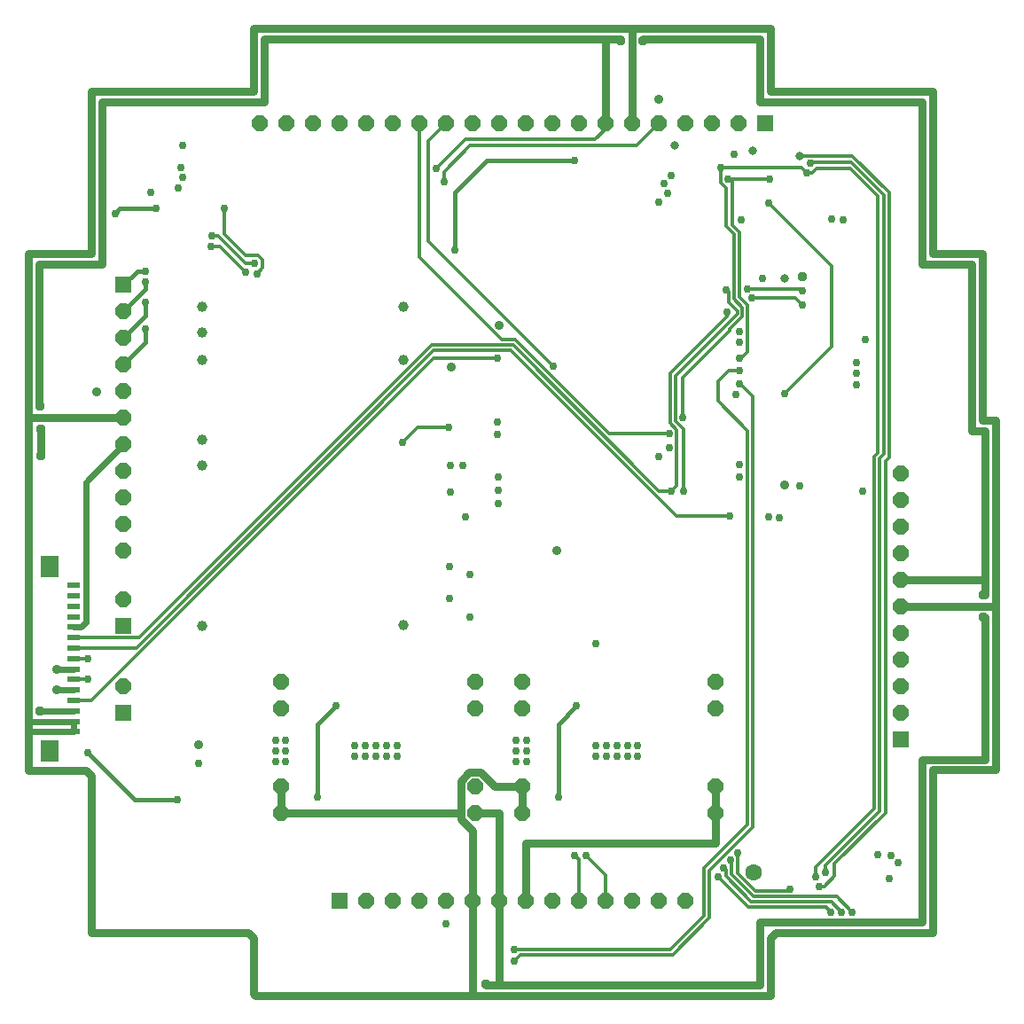
<source format=gbr>
G04 EAGLE Gerber RS-274X export*
G75*
%MOMM*%
%FSLAX34Y34*%
%LPD*%
%INBottom Copper*%
%IPPOS*%
%AMOC8*
5,1,8,0,0,1.08239X$1,22.5*%
G01*
%ADD10R,1.524000X1.524000*%
%ADD11P,1.649562X8X22.500000*%
%ADD12P,1.649562X8X112.500000*%
%ADD13P,1.649562X8X202.500000*%
%ADD14P,1.649562X8X292.500000*%
%ADD15R,1.300000X0.600000*%
%ADD16R,1.800000X2.000000*%
%ADD17C,0.956400*%
%ADD18C,1.600000*%
%ADD19C,0.756400*%
%ADD20C,0.906400*%
%ADD21C,0.800000*%
%ADD22C,0.600000*%
%ADD23C,0.300000*%
%ADD24C,0.806400*%
%ADD25C,0.400000*%
%ADD26C,1.006400*%


D10*
X99000Y687000D03*
D11*
X99000Y661600D03*
X99000Y636200D03*
X99000Y610800D03*
X99000Y585400D03*
X99000Y560000D03*
X99000Y534600D03*
X99000Y509200D03*
X99000Y483800D03*
X99000Y458400D03*
X99000Y433000D03*
D10*
X305000Y99000D03*
D12*
X330400Y99000D03*
X355800Y99000D03*
X381200Y99000D03*
X406600Y99000D03*
X432000Y99000D03*
X457400Y99000D03*
X482800Y99000D03*
X508200Y99000D03*
X533600Y99000D03*
X559000Y99000D03*
X584400Y99000D03*
X609800Y99000D03*
X635200Y99000D03*
D10*
X841000Y253000D03*
D13*
X841000Y278400D03*
X841000Y303800D03*
X841000Y329200D03*
X841000Y354600D03*
X841000Y380000D03*
X841000Y405400D03*
X841000Y430800D03*
X841000Y456200D03*
X841000Y481600D03*
X841000Y507000D03*
D10*
X711300Y841000D03*
D14*
X685900Y841000D03*
X660500Y841000D03*
X635100Y841000D03*
X609700Y841000D03*
X584300Y841000D03*
X558900Y841000D03*
X533500Y841000D03*
X508100Y841000D03*
X482700Y841000D03*
X457300Y841000D03*
X431900Y841000D03*
X406500Y841000D03*
X381100Y841000D03*
X355700Y841000D03*
X330300Y841000D03*
X304900Y841000D03*
X279500Y841000D03*
X254100Y841000D03*
X228700Y841000D03*
D15*
X51500Y260000D03*
X51500Y270000D03*
X51500Y280000D03*
X51500Y290000D03*
X51500Y300000D03*
X51500Y310000D03*
X51500Y320000D03*
X51500Y330000D03*
X51500Y340000D03*
X51500Y350000D03*
X51500Y360000D03*
X51500Y370000D03*
X51500Y380000D03*
X51500Y390000D03*
X51500Y400000D03*
D16*
X28000Y418000D03*
X28000Y242000D03*
D11*
X479500Y182300D03*
X479500Y207700D03*
X479500Y282300D03*
X479500Y307700D03*
X664500Y307700D03*
X664500Y282300D03*
X664500Y207700D03*
X664500Y182300D03*
X249500Y182300D03*
X249500Y207700D03*
X249500Y282300D03*
X249500Y307700D03*
X434500Y307700D03*
X434500Y282300D03*
X434500Y207700D03*
X434500Y182300D03*
D10*
X99000Y361300D03*
D13*
X99000Y386700D03*
D10*
X99000Y278300D03*
D13*
X99000Y303700D03*
D17*
X747000Y695000D03*
D18*
X701000Y126000D03*
D19*
X687000Y642000D03*
D20*
X730000Y496000D03*
X171000Y248000D03*
X513000Y433000D03*
X458000Y648000D03*
X412000Y608000D03*
D21*
X434500Y182300D02*
X457400Y182300D01*
X457400Y99000D01*
X457400Y18262D01*
X706738Y18262D01*
X706738Y78262D01*
X861738Y78262D01*
X861738Y233662D02*
X921750Y233662D01*
X861738Y233662D02*
X861738Y78262D01*
X921750Y233662D02*
X921750Y369218D01*
X920000Y369218D01*
D17*
X920000Y369218D03*
X919968Y390782D03*
D21*
X921750Y390782D01*
X921750Y405400D01*
X921750Y547265D01*
X908965Y547265D01*
X908965Y706738D01*
X861738Y706738D01*
X861738Y861738D01*
X706738Y861738D02*
X706738Y921738D01*
X706738Y861738D02*
X861738Y861738D01*
X706738Y921738D02*
X595082Y921738D01*
X595082Y919956D01*
D17*
X595082Y919956D03*
X573518Y919956D03*
D21*
X573518Y921738D01*
X558900Y921738D01*
X233262Y921738D01*
X233262Y861738D01*
X78262Y861738D01*
X78262Y706738D02*
X18262Y706738D01*
X78262Y706738D02*
X78262Y861738D01*
X18262Y706738D02*
X18262Y570782D01*
X19044Y570782D01*
D17*
X19044Y570782D03*
X445000Y19044D03*
D21*
X841000Y405400D02*
X921750Y405400D01*
X558900Y841000D02*
X558900Y921738D01*
X445000Y19044D02*
X445000Y18262D01*
X457400Y18262D01*
D22*
X63000Y498600D02*
X99000Y534600D01*
X63000Y364929D02*
X58071Y360000D01*
X51500Y360000D01*
X63000Y364929D02*
X63000Y498600D01*
D19*
X397351Y797649D03*
D23*
X425582Y825880D01*
X558900Y835674D02*
X558900Y841000D01*
X558900Y835674D02*
X549106Y825880D01*
X425582Y825880D01*
D19*
X725503Y464497D03*
X805000Y490000D03*
D20*
X610000Y863660D03*
X73000Y585000D03*
D19*
X407000Y77000D03*
X457000Y503000D03*
D23*
X588700Y820000D02*
X609700Y841000D01*
X588700Y820000D02*
X430000Y820000D01*
X405000Y795000D02*
X405000Y785000D01*
X405000Y795000D02*
X430000Y820000D01*
D19*
X405000Y785000D03*
D21*
X428858Y221320D02*
X420880Y213342D01*
X428858Y221320D02*
X440142Y221320D01*
X420880Y185000D02*
X420880Y176658D01*
X420880Y185000D02*
X420880Y213342D01*
X440142Y221320D02*
X453762Y207700D01*
X479500Y207700D01*
X432000Y165538D02*
X432000Y99000D01*
X432000Y165538D02*
X420880Y176658D01*
X479500Y182300D02*
X479500Y207700D01*
X249500Y207700D02*
X249500Y182300D01*
X418180Y182300D01*
X420880Y185000D01*
X99000Y560000D02*
X8262Y560000D01*
X8262Y223262D02*
X63422Y223262D01*
X68262Y218422D01*
X218422Y68262D02*
X223262Y63422D01*
X223262Y10000D02*
X225000Y8262D01*
X716738Y63422D02*
X721578Y68262D01*
X8262Y275000D02*
X8262Y560000D01*
X8262Y275000D02*
X8262Y260000D01*
X8262Y223262D01*
X68262Y218422D02*
X68262Y68262D01*
X218422Y68262D01*
X223262Y63422D02*
X223262Y10000D01*
X225000Y8262D02*
X432000Y8262D01*
X716738Y8262D01*
X716738Y63422D01*
X871738Y223662D02*
X931750Y223662D01*
X931750Y557265D02*
X918965Y557265D01*
X223262Y871738D02*
X223262Y931738D01*
X8250Y716738D02*
X8250Y673262D01*
X8262Y673262D01*
X8262Y560000D01*
X721578Y68262D02*
X871738Y68262D01*
X871738Y223662D01*
X931750Y223662D02*
X931750Y380000D01*
X931750Y557265D01*
X918965Y557265D02*
X918965Y716738D01*
X871738Y716738D01*
X871738Y871738D01*
X716738Y871738D01*
X716738Y931738D01*
X584300Y931738D01*
X223262Y931738D01*
X223262Y871738D02*
X68262Y871738D01*
X68262Y716738D01*
X8250Y716738D01*
X584300Y841000D02*
X584300Y931738D01*
X841000Y380000D02*
X931750Y380000D01*
X432000Y99000D02*
X432000Y8262D01*
D22*
X51500Y270000D02*
X8262Y270000D01*
X8262Y275000D01*
X8262Y260000D02*
X51500Y260000D01*
X51500Y270000D01*
D19*
X411000Y514000D03*
X687000Y617000D03*
X716082Y788000D03*
X769360Y125730D03*
D23*
X769360Y132502D01*
X821000Y184142D01*
X821000Y521000D02*
X825000Y525000D01*
X825000Y772929D01*
X821000Y521000D02*
X821000Y184142D01*
X825000Y772929D02*
X793964Y803964D01*
X756246Y803964D01*
X755000Y802718D01*
D19*
X755000Y802718D03*
X676292Y787718D03*
X154000Y799000D03*
D23*
X680000Y788000D02*
X716082Y788000D01*
X680000Y788000D02*
X676574Y788000D01*
X676292Y787718D01*
X687282Y736799D02*
X687282Y675000D01*
X680000Y744081D02*
X680000Y788000D01*
X680000Y744081D02*
X687282Y736799D01*
X687282Y675000D02*
X695000Y667282D01*
X695000Y623000D02*
X689000Y617000D01*
X687000Y617000D01*
X695000Y623000D02*
X695000Y667282D01*
D19*
X411000Y489000D03*
X687000Y632000D03*
X151000Y779000D03*
X183497Y733503D03*
D23*
X215231Y707769D02*
X224231Y707769D01*
X215231Y707769D02*
X189497Y733503D01*
X183497Y733503D01*
D19*
X224231Y707769D03*
X622000Y490000D03*
D23*
X113858Y350000D02*
X51500Y350000D01*
X113858Y350000D02*
X393140Y629282D01*
X471087Y629282D01*
X610369Y490000D01*
X622000Y490000D01*
X627282Y495282D02*
X627282Y548349D01*
X620718Y554913D01*
X627282Y495282D02*
X622000Y490000D01*
D19*
X675000Y661000D03*
D23*
X620718Y602718D02*
X620718Y554913D01*
X675000Y657000D02*
X675000Y661000D01*
X675000Y657000D02*
X620718Y602718D01*
D19*
X747000Y667718D03*
D23*
X740500Y674218D01*
X698516Y674218D01*
D19*
X698516Y674218D03*
X634000Y490000D03*
X674728Y682000D03*
D23*
X634000Y548702D02*
X634000Y490000D01*
X634000Y548702D02*
X625718Y556984D01*
X676728Y680000D02*
X674728Y682000D01*
X676728Y680000D02*
X676728Y670000D01*
D19*
X694864Y683136D03*
D23*
X744864Y683136D01*
X747000Y681000D01*
D19*
X747000Y681000D03*
D23*
X625718Y599789D02*
X625718Y556984D01*
X685000Y661728D02*
X676728Y670000D01*
X685000Y661728D02*
X685000Y659071D01*
X625718Y599789D01*
D19*
X456000Y617000D03*
D23*
X395000Y617000D01*
X68000Y290000D02*
X51500Y290000D01*
X68000Y290000D02*
X395000Y617000D01*
X65000Y330000D02*
X51500Y330000D01*
D19*
X65000Y330000D03*
X472000Y52000D03*
D23*
X621192Y52000D01*
D19*
X687000Y605000D03*
D23*
X666718Y595016D02*
X666718Y575984D01*
X695000Y547702D01*
X687000Y605000D02*
X676702Y605000D01*
X666718Y595016D01*
X653500Y84308D02*
X621192Y52000D01*
X653500Y129764D02*
X695000Y171264D01*
X653500Y129764D02*
X653500Y84308D01*
X695000Y171264D02*
X695000Y547702D01*
X65000Y310000D02*
X51500Y310000D01*
D19*
X65000Y310000D03*
X472000Y41000D03*
D23*
X700000Y580000D02*
X688000Y592000D01*
X687000Y592000D01*
D19*
X687000Y592000D03*
D23*
X478000Y47000D02*
X472000Y41000D01*
X478000Y47000D02*
X623264Y47000D01*
X658500Y82237D02*
X658500Y127692D01*
X700000Y169192D01*
X658500Y82237D02*
X623264Y47000D01*
X700000Y169192D02*
X700000Y580000D01*
D19*
X678000Y466000D03*
D23*
X469016Y624282D02*
X395211Y624282D01*
X627298Y466000D02*
X678000Y466000D01*
X627298Y466000D02*
X469016Y624282D01*
X110929Y340000D02*
X51500Y340000D01*
X110929Y340000D02*
X395211Y624282D01*
D19*
X715000Y765000D03*
D23*
X775000Y705000D01*
X775000Y628218D02*
X730000Y583218D01*
D19*
X730000Y583218D03*
D23*
X775000Y628218D02*
X775000Y705000D01*
D19*
X620000Y545000D03*
D23*
X562441Y545000D01*
X473159Y634282D02*
X460000Y634282D01*
X381100Y713182D01*
X381100Y841000D01*
X473159Y634282D02*
X562441Y545000D01*
D19*
X687000Y503000D03*
X687000Y515000D03*
X457000Y478000D03*
X799000Y591000D03*
X610000Y522782D03*
X799000Y602000D03*
X457000Y491000D03*
X807000Y635000D03*
X620000Y531000D03*
X799000Y613000D03*
X509334Y609334D03*
D23*
X390000Y824500D02*
X406500Y841000D01*
X390000Y728668D02*
X509334Y609334D01*
X390000Y728668D02*
X390000Y824500D01*
D21*
X664500Y182300D02*
X664500Y154000D01*
X482800Y154000D02*
X482800Y99000D01*
X482800Y154000D02*
X664500Y154000D01*
X664500Y182300D02*
X664500Y207700D01*
D17*
X20000Y549218D03*
D21*
X20000Y523818D01*
D17*
X20000Y523818D03*
D22*
X19044Y280000D02*
X51500Y280000D01*
D17*
X19044Y280000D03*
D24*
X625000Y820000D03*
X700000Y815000D03*
X730000Y693000D03*
D19*
X689000Y749000D03*
X150000Y195000D03*
D25*
X110000Y195000D01*
X65000Y240000D01*
D19*
X65000Y240000D03*
X130000Y760000D03*
D25*
X95654Y760000D01*
X90654Y755000D01*
D19*
X90654Y755000D03*
X430000Y370000D03*
X550000Y343782D03*
X530000Y805718D03*
D25*
X445718Y805718D01*
X415000Y775000D02*
X415000Y720000D01*
D19*
X415000Y720000D03*
D25*
X415000Y775000D02*
X445718Y805718D01*
D19*
X830000Y120000D03*
X838718Y135000D03*
X831436Y142244D03*
X819154Y142452D03*
D23*
X533600Y138286D02*
X533600Y99000D01*
X533600Y138286D02*
X530000Y141886D01*
D19*
X530000Y141886D03*
X215731Y699269D03*
D23*
X191260Y723740D01*
X182735Y723740D01*
D19*
X182735Y723740D03*
X125000Y775000D03*
D25*
X112000Y700000D02*
X99000Y687000D01*
X112000Y700000D02*
X120000Y700000D01*
D19*
X120000Y700000D03*
X621540Y791540D03*
D25*
X120000Y682600D02*
X99000Y661600D01*
X120000Y682600D02*
X120000Y690000D01*
D19*
X120000Y690000D03*
X615000Y783758D03*
D25*
X120000Y657200D02*
X99000Y636200D01*
X120000Y657200D02*
X120000Y670000D01*
D19*
X120000Y670000D03*
X618876Y773877D03*
D25*
X120000Y631800D02*
X99000Y610800D01*
X120000Y631800D02*
X120000Y645000D01*
D19*
X120000Y645000D03*
X610000Y766095D03*
X735000Y110000D03*
D23*
X733000Y108000D01*
X702314Y108000D01*
X685710Y124604D01*
X685710Y144604D01*
D19*
X685710Y144604D03*
X678428Y137322D03*
X795000Y88044D03*
D23*
X679428Y136322D02*
X678428Y137322D01*
X679428Y136322D02*
X679428Y123815D01*
X700525Y102718D02*
X780326Y102718D01*
X795000Y88044D01*
X700525Y102718D02*
X679428Y123815D01*
D19*
X672146Y130040D03*
X784702Y88044D03*
D23*
X674146Y128040D02*
X672146Y130040D01*
X674146Y128040D02*
X674146Y122026D01*
X698454Y97718D01*
X775028Y97718D02*
X784702Y88044D01*
X775028Y97718D02*
X698454Y97718D01*
D19*
X666782Y121676D03*
X774403Y88044D03*
D23*
X769729Y92718D01*
X695740Y92718D02*
X666782Y121676D01*
X695740Y92718D02*
X769729Y92718D01*
D19*
X760000Y121564D03*
D23*
X760000Y131071D01*
X815880Y186951D01*
X815880Y522951D02*
X818964Y526036D01*
X815880Y522951D02*
X815880Y186951D01*
X818964Y771893D02*
X792929Y797929D01*
X760736Y797929D01*
X756490Y793682D01*
X751490Y793682D01*
D19*
X751490Y793682D03*
D23*
X818964Y771893D02*
X818964Y526036D01*
D19*
X669000Y799000D03*
X155000Y789436D03*
D23*
X746172Y799000D02*
X751490Y793682D01*
X746172Y799000D02*
X669000Y799000D01*
D19*
X633000Y560000D03*
D23*
X633000Y598000D01*
X678000Y643000D01*
X678000Y644990D01*
X674356Y779356D02*
X669010Y784702D01*
X669010Y798990D02*
X669000Y799000D01*
X669010Y798990D02*
X669010Y784702D01*
X674356Y779356D02*
X674356Y742654D01*
X682010Y735000D01*
X690000Y656990D02*
X678000Y644990D01*
X690000Y665211D02*
X682010Y673201D01*
X682010Y735000D01*
X690000Y665211D02*
X690000Y656990D01*
D19*
X423000Y514000D03*
X684000Y582000D03*
X410000Y418000D03*
X456000Y556000D03*
X425564Y465000D03*
X430000Y410000D03*
D23*
X559000Y123184D02*
X559000Y99000D01*
X559000Y123184D02*
X540298Y141886D01*
D19*
X540298Y141886D03*
X226295Y697205D03*
X195000Y760000D03*
D23*
X195000Y735298D01*
X215247Y715051D01*
X227247Y715051D02*
X231513Y710786D01*
X231513Y702753D01*
X226295Y697535D02*
X226295Y697205D01*
X226295Y697535D02*
X231513Y702753D01*
X227247Y715051D02*
X215247Y715051D01*
D19*
X410000Y387000D03*
X456000Y544000D03*
X715000Y465000D03*
X745000Y495000D03*
X709000Y693000D03*
X775000Y750000D03*
X474000Y252000D03*
X484000Y252000D03*
X474000Y242000D03*
X484000Y242000D03*
X474000Y232000D03*
X484000Y232000D03*
X550000Y247000D03*
X560000Y247000D03*
X570000Y247000D03*
X580000Y247000D03*
X590000Y247000D03*
X550000Y237000D03*
X560000Y237000D03*
X570000Y237000D03*
X580000Y237000D03*
X590000Y237000D03*
X244000Y252000D03*
X254000Y252000D03*
X244000Y242000D03*
X254000Y242000D03*
X244000Y232000D03*
X254000Y232000D03*
X320000Y247000D03*
X330000Y247000D03*
X340000Y247000D03*
X350000Y247000D03*
X330000Y237000D03*
X340000Y237000D03*
X350000Y237000D03*
X320000Y237000D03*
X360000Y247000D03*
X360000Y237000D03*
D22*
X51500Y300000D02*
X35000Y300000D01*
D20*
X35000Y300000D03*
X35000Y320000D03*
D22*
X51500Y320000D01*
D19*
X786000Y749000D03*
X409495Y550505D03*
D23*
X379523Y550505D01*
X365018Y536000D01*
D19*
X365018Y536000D03*
X171000Y230000D03*
X531700Y284500D03*
D25*
X514100Y266900D01*
X514100Y198100D01*
D19*
X514100Y198100D03*
X301700Y284500D03*
D25*
X284100Y266900D01*
X284100Y198100D01*
D19*
X284100Y198100D03*
D26*
X174000Y361000D03*
X174000Y514000D03*
X174000Y666000D03*
X174000Y641000D03*
X174000Y615000D03*
X174000Y539000D03*
X366000Y666000D03*
X366000Y615000D03*
X366000Y362000D03*
D24*
X745000Y810000D03*
D23*
X795000Y810000D01*
X830000Y775000D01*
X826880Y182880D02*
X778000Y134000D01*
X778000Y122000D01*
X768000Y112000D01*
X763000Y112000D01*
D19*
X763000Y112000D03*
D23*
X830000Y521726D02*
X830000Y775000D01*
X830000Y521726D02*
X826880Y518606D01*
X826880Y182880D01*
D19*
X681918Y811718D03*
X155000Y820000D03*
M02*

</source>
